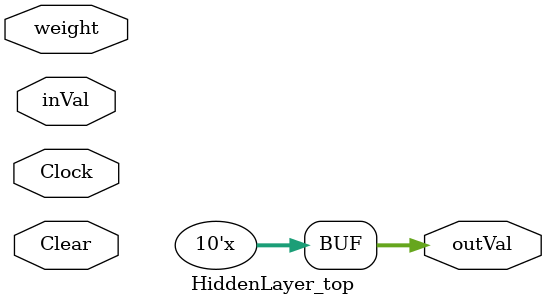
<source format=sv>
module HiddenLayer_top(
	input Clock, Clear, 
	input signed [9:0]weight,
	input [9:0]inVal,
	output reg [9:0]outVal);
	
	reg [9:0]mulVal;
	
	always@(posedge Clock ) begin
		if(Clear) begin
			outVal = 10'b0;
		end
	end
	
	always@(mulVal)begin 
		outVal = outVal + mulVal;
	end
	
	multiply mul(inVal,weight,mulVal);

endmodule
</source>
